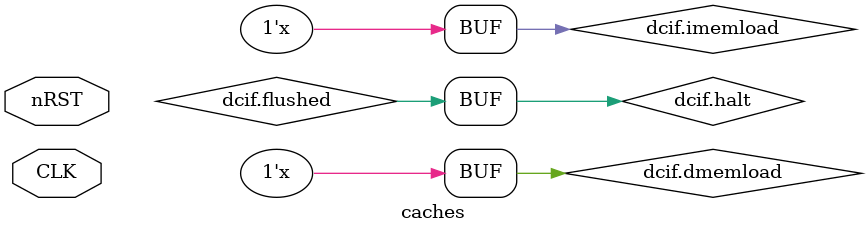
<source format=sv>
/*
  Eric Villasenor
  evillase@gmail.com

  this block holds the i and d cache
*/


module caches (
  input logic CLK, nRST,
  datapath_cache_if.cache dcif,
  cache_control_if.caches ccif
);
  parameter CPUID = 0;

  // icache
  //icache  ICACHE(CLK, nRST, dcif, ccif);
  // dcache
  //dcache  DCACHE(CLK, nRST, dcif, ccif);

  // dcache invalidate before halt handled by dcache when exists
  assign dcif.flushed = dcif.halt;

  //singlecycle
  assign dcif.ihit = (dcif.imemREN) ? ~ccif.iwait[CPUID] : 0;
  assign dcif.dhit = (dcif.dmemREN|dcif.dmemWEN) ? ~ccif.dwait[CPUID] : 0;
  assign dcif.imemload = ccif.iload[CPUID];
  assign dcif.dmemload = ccif.dload[CPUID];


  assign ccif.iREN[CPUID] = dcif.imemREN;
  assign ccif.dREN[CPUID] = dcif.dmemREN;
  assign ccif.dWEN[CPUID] = dcif.dmemWEN;
  assign ccif.dstore[CPUID] = dcif.dmemstore;
  assign ccif.iaddr[CPUID] = dcif.imemaddr;
  assign ccif.daddr[CPUID] = dcif.dmemaddr;

endmodule

</source>
